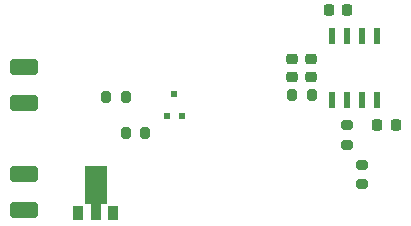
<source format=gbr>
%TF.GenerationSoftware,KiCad,Pcbnew,6.0.9-8da3e8f707~117~ubuntu20.04.1*%
%TF.CreationDate,2023-03-07T09:55:03-05:00*%
%TF.ProjectId,DCT_HV_Widget,4443545f-4856-45f5-9769-646765742e6b,rev?*%
%TF.SameCoordinates,Original*%
%TF.FileFunction,Paste,Top*%
%TF.FilePolarity,Positive*%
%FSLAX46Y46*%
G04 Gerber Fmt 4.6, Leading zero omitted, Abs format (unit mm)*
G04 Created by KiCad (PCBNEW 6.0.9-8da3e8f707~117~ubuntu20.04.1) date 2023-03-07 09:55:03*
%MOMM*%
%LPD*%
G01*
G04 APERTURE LIST*
G04 Aperture macros list*
%AMRoundRect*
0 Rectangle with rounded corners*
0 $1 Rounding radius*
0 $2 $3 $4 $5 $6 $7 $8 $9 X,Y pos of 4 corners*
0 Add a 4 corners polygon primitive as box body*
4,1,4,$2,$3,$4,$5,$6,$7,$8,$9,$2,$3,0*
0 Add four circle primitives for the rounded corners*
1,1,$1+$1,$2,$3*
1,1,$1+$1,$4,$5*
1,1,$1+$1,$6,$7*
1,1,$1+$1,$8,$9*
0 Add four rect primitives between the rounded corners*
20,1,$1+$1,$2,$3,$4,$5,0*
20,1,$1+$1,$4,$5,$6,$7,0*
20,1,$1+$1,$6,$7,$8,$9,0*
20,1,$1+$1,$8,$9,$2,$3,0*%
G04 Aperture macros list end*
%ADD10C,0.040000*%
%ADD11RoundRect,0.225000X0.225000X0.250000X-0.225000X0.250000X-0.225000X-0.250000X0.225000X-0.250000X0*%
%ADD12RoundRect,0.200000X-0.200000X-0.275000X0.200000X-0.275000X0.200000X0.275000X-0.200000X0.275000X0*%
%ADD13RoundRect,0.250000X-0.925000X0.412500X-0.925000X-0.412500X0.925000X-0.412500X0.925000X0.412500X0*%
%ADD14R,0.533400X1.460500*%
%ADD15R,0.900000X1.300000*%
%ADD16R,1.732000X3.125000*%
%ADD17R,0.900000X1.475000*%
%ADD18RoundRect,0.225000X0.250000X-0.225000X0.250000X0.225000X-0.250000X0.225000X-0.250000X-0.225000X0*%
%ADD19RoundRect,0.200000X0.200000X0.275000X-0.200000X0.275000X-0.200000X-0.275000X0.200000X-0.275000X0*%
%ADD20R,0.600000X0.550000*%
%ADD21RoundRect,0.200000X-0.275000X0.200000X-0.275000X-0.200000X0.275000X-0.200000X0.275000X0.200000X0*%
%ADD22RoundRect,0.200000X0.275000X-0.200000X0.275000X0.200000X-0.275000X0.200000X-0.275000X-0.200000X0*%
G04 APERTURE END LIST*
D10*
%TO.C,Q1*%
X152184000Y-89992500D02*
X153916000Y-89992500D01*
X153916000Y-89992500D02*
X153916000Y-93117500D01*
X153916000Y-93117500D02*
X152184000Y-93117500D01*
X152184000Y-93117500D02*
X152184000Y-89992500D01*
G36*
X152184000Y-89992500D02*
G01*
X153916000Y-89992500D01*
X153916000Y-93117500D01*
X152184000Y-93117500D01*
X152184000Y-89992500D01*
G37*
%TD*%
D11*
%TO.C,C4*%
X174365000Y-76800000D03*
X172815000Y-76800000D03*
%TD*%
D12*
%TO.C,R1*%
X155575000Y-87200000D03*
X157225000Y-87200000D03*
%TD*%
%TO.C,R4*%
X171322000Y-83975000D03*
X169672000Y-83975000D03*
%TD*%
D13*
%TO.C,C6*%
X146950000Y-90650000D03*
X146950000Y-93725000D03*
%TD*%
D14*
%TO.C,U1*%
X173095000Y-84424150D03*
X174365000Y-84424150D03*
X175635000Y-84424150D03*
X176905000Y-84424150D03*
X176905000Y-78975850D03*
X175635000Y-78975850D03*
X174365000Y-78975850D03*
X173095000Y-78975850D03*
%TD*%
D15*
%TO.C,Q1*%
X154540000Y-93942500D03*
X151550000Y-93942500D03*
D16*
X153050000Y-91555000D03*
D17*
X153050000Y-93855000D03*
%TD*%
D18*
%TO.C,C1*%
X171300000Y-82475000D03*
X171300000Y-80925000D03*
%TD*%
D19*
%TO.C,R3*%
X155575000Y-84100000D03*
X153925000Y-84100000D03*
%TD*%
D20*
%TO.C,D1*%
X159055000Y-85725000D03*
X160355000Y-85725000D03*
X159705000Y-83875000D03*
%TD*%
D21*
%TO.C,R6*%
X175600000Y-89875000D03*
X175600000Y-91525000D03*
%TD*%
D13*
%TO.C,C5*%
X146950000Y-81575000D03*
X146950000Y-84650000D03*
%TD*%
D22*
%TO.C,R2*%
X174365000Y-88150000D03*
X174365000Y-86500000D03*
%TD*%
D18*
%TO.C,C2*%
X169672000Y-80925000D03*
X169672000Y-82475000D03*
%TD*%
D11*
%TO.C,C3*%
X178455000Y-86500000D03*
X176905000Y-86500000D03*
%TD*%
M02*

</source>
